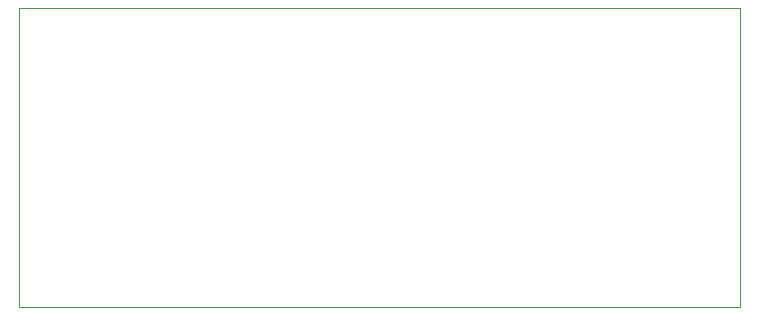
<source format=gbr>
%TF.GenerationSoftware,KiCad,Pcbnew,8.0.6*%
%TF.CreationDate,2024-12-01T18:19:07-08:00*%
%TF.ProjectId,SYNC-VT,53594e43-2d56-4542-9e6b-696361645f70,rev?*%
%TF.SameCoordinates,Original*%
%TF.FileFunction,Profile,NP*%
%FSLAX46Y46*%
G04 Gerber Fmt 4.6, Leading zero omitted, Abs format (unit mm)*
G04 Created by KiCad (PCBNEW 8.0.6) date 2024-12-01 18:19:07*
%MOMM*%
%LPD*%
G01*
G04 APERTURE LIST*
%TA.AperFunction,Profile*%
%ADD10C,0.100000*%
%TD*%
G04 APERTURE END LIST*
D10*
X89010000Y-36680000D02*
X150090000Y-36680000D01*
X150090000Y-61960000D01*
X89010000Y-61960000D01*
X89010000Y-36680000D01*
M02*

</source>
